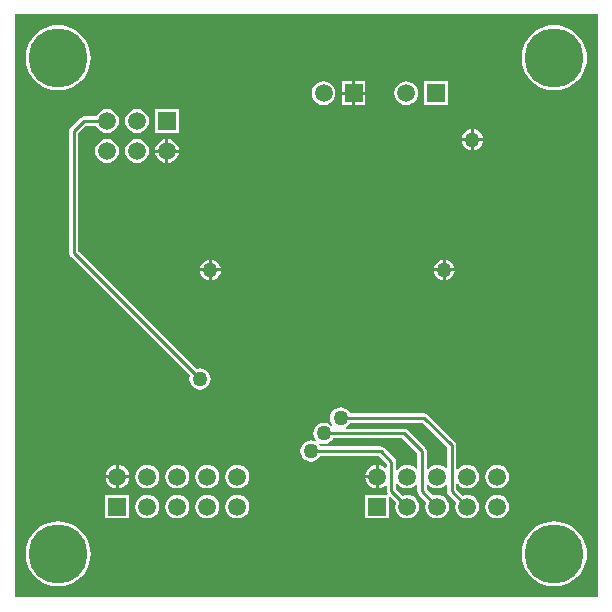
<source format=gbl>
%FSLAX24Y24*%
%MOIN*%
G70*
G01*
G75*
G04 Layer_Physical_Order=2*
G04 Layer_Color=16711680*
%ADD10R,0.0433X0.0394*%
%ADD11R,0.0394X0.0433*%
%ADD12R,0.0354X0.0276*%
%ADD13R,0.0276X0.0354*%
%ADD14O,0.0787X0.0236*%
%ADD15C,0.0100*%
%ADD16R,0.0100X0.0200*%
%ADD17R,0.0591X0.0591*%
%ADD18C,0.0591*%
%ADD19C,0.1969*%
%ADD20C,0.0500*%
G36*
X19565Y120D02*
X120D01*
Y19565D01*
X19565D01*
Y120D01*
D02*
G37*
%LPC*%
G36*
X12155Y4100D02*
X11813D01*
X11820Y4046D01*
X11859Y3950D01*
X11923Y3868D01*
X12005Y3804D01*
X12102Y3765D01*
X12155Y3758D01*
Y4100D01*
D02*
G37*
G36*
X3493Y4542D02*
X3440Y4535D01*
X3344Y4495D01*
X3261Y4432D01*
X3198Y4349D01*
X3158Y4253D01*
X3151Y4200D01*
X3493D01*
Y4542D01*
D02*
G37*
G36*
X3593D02*
Y4200D01*
X3935D01*
X3928Y4253D01*
X3889Y4349D01*
X3825Y4432D01*
X3743Y4495D01*
X3646Y4535D01*
X3593Y4542D01*
D02*
G37*
G36*
X16205Y4548D02*
X16102Y4535D01*
X16005Y4495D01*
X15923Y4432D01*
X15859Y4349D01*
X15820Y4253D01*
X15806Y4150D01*
X15820Y4046D01*
X15859Y3950D01*
X15923Y3868D01*
X16005Y3804D01*
X16102Y3765D01*
X16205Y3751D01*
X16308Y3765D01*
X16404Y3804D01*
X16487Y3868D01*
X16550Y3950D01*
X16590Y4046D01*
X16603Y4150D01*
X16590Y4253D01*
X16550Y4349D01*
X16487Y4432D01*
X16404Y4495D01*
X16308Y4535D01*
X16205Y4548D01*
D02*
G37*
G36*
X3493Y4100D02*
X3151D01*
X3158Y4046D01*
X3198Y3950D01*
X3261Y3868D01*
X3344Y3804D01*
X3440Y3765D01*
X3493Y3758D01*
Y4100D01*
D02*
G37*
G36*
X3935D02*
X3593D01*
Y3758D01*
X3646Y3765D01*
X3743Y3804D01*
X3825Y3868D01*
X3889Y3950D01*
X3928Y4046D01*
X3935Y4100D01*
D02*
G37*
G36*
X6990Y10984D02*
X6693D01*
Y10687D01*
X6735Y10693D01*
X6820Y10728D01*
X6893Y10784D01*
X6949Y10857D01*
X6984Y10942D01*
X6990Y10984D01*
D02*
G37*
G36*
X14389D02*
X14092D01*
X14098Y10942D01*
X14133Y10857D01*
X14189Y10784D01*
X14262Y10728D01*
X14347Y10693D01*
X14389Y10687D01*
Y10984D01*
D02*
G37*
G36*
X14785D02*
X14489D01*
Y10687D01*
X14530Y10693D01*
X14615Y10728D01*
X14688Y10784D01*
X14744Y10857D01*
X14780Y10942D01*
X14785Y10984D01*
D02*
G37*
G36*
X12155Y4542D02*
X12102Y4535D01*
X12005Y4495D01*
X11923Y4432D01*
X11859Y4349D01*
X11820Y4253D01*
X11813Y4200D01*
X12155D01*
Y4542D01*
D02*
G37*
G36*
X10984Y6455D02*
X10893Y6443D01*
X10808Y6408D01*
X10735Y6352D01*
X10679Y6279D01*
X10643Y6194D01*
X10631Y6102D01*
X10643Y6011D01*
X10679Y5926D01*
X10716Y5877D01*
X10713Y5875D01*
D01*
X10681Y5842D01*
X10610Y5896D01*
X10524Y5932D01*
X10433Y5944D01*
X10342Y5932D01*
X10257Y5896D01*
X10183Y5840D01*
X10127Y5767D01*
X10092Y5682D01*
X10080Y5591D01*
X10092Y5499D01*
X10127Y5414D01*
X10167Y5362D01*
X10137Y5322D01*
X10091Y5341D01*
X10000Y5353D01*
X9909Y5341D01*
X9823Y5306D01*
X9750Y5250D01*
X9694Y5177D01*
X9659Y5091D01*
X9647Y5000D01*
X9659Y4909D01*
X9694Y4823D01*
X9750Y4750D01*
X9823Y4694D01*
X9909Y4659D01*
X10000Y4647D01*
X10091Y4659D01*
X10177Y4694D01*
X10250Y4750D01*
X10306Y4823D01*
X10315Y4847D01*
X12259D01*
X12524Y4582D01*
Y4459D01*
X12479Y4437D01*
X12404Y4495D01*
X12308Y4535D01*
X12255Y4542D01*
Y4150D01*
Y3758D01*
X12308Y3765D01*
X12404Y3804D01*
X12479Y3862D01*
X12524Y3840D01*
Y3677D01*
X12536Y3619D01*
X12556Y3589D01*
X12532Y3545D01*
X11809D01*
Y2754D01*
X12600D01*
Y3473D01*
X12646Y3492D01*
X12839Y3299D01*
X12820Y3253D01*
X12806Y3150D01*
X12820Y3046D01*
X12859Y2950D01*
X12923Y2868D01*
X13005Y2804D01*
X13102Y2765D01*
X13205Y2751D01*
X13308Y2765D01*
X13404Y2804D01*
X13487Y2868D01*
X13550Y2950D01*
X13590Y3046D01*
X13603Y3150D01*
X13590Y3253D01*
X13550Y3349D01*
X13487Y3432D01*
X13404Y3495D01*
X13308Y3535D01*
X13205Y3548D01*
X13102Y3535D01*
X13055Y3515D01*
X12830Y3741D01*
Y3911D01*
X12877Y3927D01*
X12923Y3868D01*
X13005Y3804D01*
X13102Y3765D01*
X13205Y3751D01*
X13308Y3765D01*
X13404Y3804D01*
X13487Y3868D01*
X13500Y3886D01*
X13548Y3870D01*
Y3654D01*
X13548Y3654D01*
X13548D01*
X13559Y3595D01*
X13593Y3545D01*
X13839Y3299D01*
X13820Y3253D01*
X13806Y3150D01*
X13820Y3046D01*
X13859Y2950D01*
X13923Y2868D01*
X14005Y2804D01*
X14102Y2765D01*
X14205Y2751D01*
X14308Y2765D01*
X14404Y2804D01*
X14487Y2868D01*
X14550Y2950D01*
X14590Y3046D01*
X14603Y3150D01*
X14590Y3253D01*
X14550Y3349D01*
X14487Y3432D01*
X14404Y3495D01*
X14308Y3535D01*
X14205Y3548D01*
X14102Y3535D01*
X14055Y3515D01*
X13854Y3717D01*
Y3880D01*
X13901Y3896D01*
X13923Y3868D01*
X14005Y3804D01*
X14102Y3765D01*
X14205Y3751D01*
X14308Y3765D01*
X14404Y3804D01*
X14487Y3868D01*
X14532Y3852D01*
Y3669D01*
X14532Y3669D01*
X14532D01*
X14544Y3611D01*
X14577Y3561D01*
X14839Y3299D01*
X14820Y3253D01*
X14806Y3150D01*
X14820Y3046D01*
X14859Y2950D01*
X14923Y2868D01*
X15005Y2804D01*
X15102Y2765D01*
X15205Y2751D01*
X15308Y2765D01*
X15404Y2804D01*
X15487Y2868D01*
X15550Y2950D01*
X15590Y3046D01*
X15603Y3150D01*
X15590Y3253D01*
X15550Y3349D01*
X15487Y3432D01*
X15404Y3495D01*
X15308Y3535D01*
X15205Y3548D01*
X15102Y3535D01*
X15055Y3515D01*
X14838Y3733D01*
Y3900D01*
X14885Y3917D01*
X14923Y3868D01*
X15005Y3804D01*
X15102Y3765D01*
X15205Y3751D01*
X15308Y3765D01*
X15404Y3804D01*
X15487Y3868D01*
X15550Y3950D01*
X15590Y4046D01*
X15603Y4150D01*
X15590Y4253D01*
X15550Y4349D01*
X15487Y4432D01*
X15404Y4495D01*
X15308Y4535D01*
X15205Y4548D01*
X15102Y4535D01*
X15005Y4495D01*
X14923Y4432D01*
X14885Y4383D01*
X14838Y4399D01*
Y5197D01*
X14826Y5255D01*
X14793Y5305D01*
X13888Y6211D01*
X13838Y6244D01*
X13780Y6255D01*
X11300D01*
X11290Y6279D01*
X11234Y6352D01*
X11161Y6408D01*
X11076Y6443D01*
X10984Y6455D01*
D02*
G37*
G36*
X6593Y10984D02*
X6297D01*
X6302Y10942D01*
X6338Y10857D01*
X6394Y10784D01*
X6467Y10728D01*
X6552Y10693D01*
X6593Y10687D01*
Y10984D01*
D02*
G37*
G36*
X5543Y3548D02*
X5440Y3535D01*
X5344Y3495D01*
X5261Y3432D01*
X5198Y3349D01*
X5158Y3253D01*
X5145Y3150D01*
X5158Y3046D01*
X5198Y2950D01*
X5261Y2868D01*
X5344Y2804D01*
X5440Y2765D01*
X5543Y2751D01*
X5646Y2765D01*
X5743Y2804D01*
X5825Y2868D01*
X5889Y2950D01*
X5928Y3046D01*
X5942Y3150D01*
X5928Y3253D01*
X5889Y3349D01*
X5825Y3432D01*
X5743Y3495D01*
X5646Y3535D01*
X5543Y3548D01*
D02*
G37*
G36*
X6543D02*
X6440Y3535D01*
X6344Y3495D01*
X6261Y3432D01*
X6198Y3349D01*
X6158Y3253D01*
X6145Y3150D01*
X6158Y3046D01*
X6198Y2950D01*
X6261Y2868D01*
X6344Y2804D01*
X6440Y2765D01*
X6543Y2751D01*
X6646Y2765D01*
X6743Y2804D01*
X6825Y2868D01*
X6889Y2950D01*
X6928Y3046D01*
X6942Y3150D01*
X6928Y3253D01*
X6889Y3349D01*
X6825Y3432D01*
X6743Y3495D01*
X6646Y3535D01*
X6543Y3548D01*
D02*
G37*
G36*
X7543D02*
X7440Y3535D01*
X7344Y3495D01*
X7261Y3432D01*
X7198Y3349D01*
X7158Y3253D01*
X7145Y3150D01*
X7158Y3046D01*
X7198Y2950D01*
X7261Y2868D01*
X7344Y2804D01*
X7440Y2765D01*
X7543Y2751D01*
X7646Y2765D01*
X7743Y2804D01*
X7825Y2868D01*
X7889Y2950D01*
X7928Y3046D01*
X7942Y3150D01*
X7928Y3253D01*
X7889Y3349D01*
X7825Y3432D01*
X7743Y3495D01*
X7646Y3535D01*
X7543Y3548D01*
D02*
G37*
G36*
X1575Y2662D02*
X1405Y2649D01*
X1239Y2609D01*
X1081Y2544D01*
X936Y2455D01*
X806Y2344D01*
X695Y2214D01*
X606Y2069D01*
X540Y1911D01*
X501Y1745D01*
X487Y1575D01*
X501Y1405D01*
X540Y1239D01*
X606Y1081D01*
X695Y936D01*
X806Y806D01*
X936Y695D01*
X1081Y606D01*
X1239Y540D01*
X1405Y501D01*
X1575Y487D01*
X1745Y501D01*
X1911Y540D01*
X2069Y606D01*
X2214Y695D01*
X2344Y806D01*
X2455Y936D01*
X2544Y1081D01*
X2609Y1239D01*
X2649Y1405D01*
X2662Y1575D01*
X2649Y1745D01*
X2609Y1911D01*
X2544Y2069D01*
X2455Y2214D01*
X2344Y2344D01*
X2214Y2455D01*
X2069Y2544D01*
X1911Y2609D01*
X1745Y2649D01*
X1575Y2662D01*
D02*
G37*
G36*
X18110D02*
X17940Y2649D01*
X17774Y2609D01*
X17616Y2544D01*
X17471Y2455D01*
X17341Y2344D01*
X17230Y2214D01*
X17141Y2069D01*
X17076Y1911D01*
X17036Y1745D01*
X17023Y1575D01*
X17036Y1405D01*
X17076Y1239D01*
X17141Y1081D01*
X17230Y936D01*
X17341Y806D01*
X17471Y695D01*
X17616Y606D01*
X17774Y540D01*
X17940Y501D01*
X18110Y487D01*
X18280Y501D01*
X18446Y540D01*
X18604Y606D01*
X18750Y695D01*
X18879Y806D01*
X18990Y936D01*
X19079Y1081D01*
X19145Y1239D01*
X19184Y1405D01*
X19198Y1575D01*
X19184Y1745D01*
X19145Y1911D01*
X19079Y2069D01*
X18990Y2214D01*
X18879Y2344D01*
X18750Y2455D01*
X18604Y2544D01*
X18446Y2609D01*
X18280Y2649D01*
X18110Y2662D01*
D02*
G37*
G36*
X4543Y3548D02*
X4440Y3535D01*
X4344Y3495D01*
X4261Y3432D01*
X4198Y3349D01*
X4158Y3253D01*
X4145Y3150D01*
X4158Y3046D01*
X4198Y2950D01*
X4261Y2868D01*
X4344Y2804D01*
X4440Y2765D01*
X4543Y2751D01*
X4646Y2765D01*
X4743Y2804D01*
X4825Y2868D01*
X4889Y2950D01*
X4928Y3046D01*
X4942Y3150D01*
X4928Y3253D01*
X4889Y3349D01*
X4825Y3432D01*
X4743Y3495D01*
X4646Y3535D01*
X4543Y3548D01*
D02*
G37*
G36*
X5543Y4548D02*
X5440Y4535D01*
X5344Y4495D01*
X5261Y4432D01*
X5198Y4349D01*
X5158Y4253D01*
X5145Y4150D01*
X5158Y4046D01*
X5198Y3950D01*
X5261Y3868D01*
X5344Y3804D01*
X5440Y3765D01*
X5543Y3751D01*
X5646Y3765D01*
X5743Y3804D01*
X5825Y3868D01*
X5889Y3950D01*
X5928Y4046D01*
X5942Y4150D01*
X5928Y4253D01*
X5889Y4349D01*
X5825Y4432D01*
X5743Y4495D01*
X5646Y4535D01*
X5543Y4548D01*
D02*
G37*
G36*
X6543D02*
X6440Y4535D01*
X6344Y4495D01*
X6261Y4432D01*
X6198Y4349D01*
X6158Y4253D01*
X6145Y4150D01*
X6158Y4046D01*
X6198Y3950D01*
X6261Y3868D01*
X6344Y3804D01*
X6440Y3765D01*
X6543Y3751D01*
X6646Y3765D01*
X6743Y3804D01*
X6825Y3868D01*
X6889Y3950D01*
X6928Y4046D01*
X6942Y4150D01*
X6928Y4253D01*
X6889Y4349D01*
X6825Y4432D01*
X6743Y4495D01*
X6646Y4535D01*
X6543Y4548D01*
D02*
G37*
G36*
X7543D02*
X7440Y4535D01*
X7344Y4495D01*
X7261Y4432D01*
X7198Y4349D01*
X7158Y4253D01*
X7145Y4150D01*
X7158Y4046D01*
X7198Y3950D01*
X7261Y3868D01*
X7344Y3804D01*
X7440Y3765D01*
X7543Y3751D01*
X7646Y3765D01*
X7743Y3804D01*
X7825Y3868D01*
X7889Y3950D01*
X7928Y4046D01*
X7942Y4150D01*
X7928Y4253D01*
X7889Y4349D01*
X7825Y4432D01*
X7743Y4495D01*
X7646Y4535D01*
X7543Y4548D01*
D02*
G37*
G36*
X16205Y3548D02*
X16102Y3535D01*
X16005Y3495D01*
X15923Y3432D01*
X15859Y3349D01*
X15820Y3253D01*
X15806Y3150D01*
X15820Y3046D01*
X15859Y2950D01*
X15923Y2868D01*
X16005Y2804D01*
X16102Y2765D01*
X16205Y2751D01*
X16308Y2765D01*
X16404Y2804D01*
X16487Y2868D01*
X16550Y2950D01*
X16590Y3046D01*
X16603Y3150D01*
X16590Y3253D01*
X16550Y3349D01*
X16487Y3432D01*
X16404Y3495D01*
X16308Y3535D01*
X16205Y3548D01*
D02*
G37*
G36*
X3939Y3545D02*
X3148D01*
Y2754D01*
X3939D01*
Y3545D01*
D02*
G37*
G36*
X4543Y4548D02*
X4440Y4535D01*
X4344Y4495D01*
X4261Y4432D01*
X4198Y4349D01*
X4158Y4253D01*
X4145Y4150D01*
X4158Y4046D01*
X4198Y3950D01*
X4261Y3868D01*
X4344Y3804D01*
X4440Y3765D01*
X4543Y3751D01*
X4646Y3765D01*
X4743Y3804D01*
X4825Y3868D01*
X4889Y3950D01*
X4928Y4046D01*
X4942Y4150D01*
X4928Y4253D01*
X4889Y4349D01*
X4825Y4432D01*
X4743Y4495D01*
X4646Y4535D01*
X4543Y4548D01*
D02*
G37*
G36*
X6593Y11380D02*
X6552Y11375D01*
X6467Y11340D01*
X6394Y11283D01*
X6338Y11210D01*
X6302Y11125D01*
X6297Y11084D01*
X6593D01*
Y11380D01*
D02*
G37*
G36*
X5595Y16395D02*
X4805D01*
Y15605D01*
X5595D01*
Y16395D01*
D02*
G37*
G36*
X10417Y17328D02*
X10314Y17314D01*
X10218Y17274D01*
X10135Y17211D01*
X10072Y17128D01*
X10032Y17032D01*
X10019Y16929D01*
X10032Y16826D01*
X10072Y16730D01*
X10135Y16647D01*
X10218Y16584D01*
X10314Y16544D01*
X10417Y16530D01*
X10521Y16544D01*
X10617Y16584D01*
X10699Y16647D01*
X10763Y16730D01*
X10802Y16826D01*
X10816Y16929D01*
X10802Y17032D01*
X10763Y17128D01*
X10699Y17211D01*
X10617Y17274D01*
X10521Y17314D01*
X10417Y17328D01*
D02*
G37*
G36*
X13173D02*
X13070Y17314D01*
X12974Y17274D01*
X12891Y17211D01*
X12828Y17128D01*
X12788Y17032D01*
X12775Y16929D01*
X12788Y16826D01*
X12828Y16730D01*
X12891Y16647D01*
X12974Y16584D01*
X13070Y16544D01*
X13173Y16530D01*
X13276Y16544D01*
X13373Y16584D01*
X13455Y16647D01*
X13519Y16730D01*
X13558Y16826D01*
X13572Y16929D01*
X13558Y17032D01*
X13519Y17128D01*
X13455Y17211D01*
X13373Y17274D01*
X13276Y17314D01*
X13173Y17328D01*
D02*
G37*
G36*
X15433Y15730D02*
Y15433D01*
X15730D01*
X15724Y15475D01*
X15689Y15560D01*
X15633Y15633D01*
X15560Y15689D01*
X15475Y15724D01*
X15433Y15730D01*
D02*
G37*
G36*
X3200Y16399D02*
X3097Y16385D01*
X3001Y16345D01*
X2918Y16282D01*
X2855Y16199D01*
X2836Y16153D01*
X2425D01*
X2367Y16141D01*
X2317Y16108D01*
X1978Y15770D01*
X1945Y15720D01*
X1934Y15661D01*
Y11614D01*
X1934Y11614D01*
X1934D01*
X1945Y11556D01*
X1978Y11506D01*
X5968Y7517D01*
X5958Y7493D01*
X5946Y7402D01*
X5958Y7310D01*
X5993Y7225D01*
X6050Y7152D01*
X6123Y7096D01*
X6208Y7061D01*
X6299Y7049D01*
X6391Y7061D01*
X6476Y7096D01*
X6549Y7152D01*
X6605Y7225D01*
X6640Y7310D01*
X6652Y7402D01*
X6640Y7493D01*
X6605Y7578D01*
X6549Y7651D01*
X6476Y7707D01*
X6391Y7743D01*
X6299Y7755D01*
X6208Y7743D01*
X6184Y7733D01*
X2240Y11678D01*
Y15598D01*
X2489Y15847D01*
X2836D01*
X2855Y15801D01*
X2918Y15718D01*
X3001Y15655D01*
X3097Y15615D01*
X3200Y15601D01*
X3303Y15615D01*
X3399Y15655D01*
X3482Y15718D01*
X3545Y15801D01*
X3585Y15897D01*
X3599Y16000D01*
X3585Y16103D01*
X3545Y16199D01*
X3482Y16282D01*
X3399Y16345D01*
X3303Y16385D01*
X3200Y16399D01*
D02*
G37*
G36*
X4200D02*
X4097Y16385D01*
X4001Y16345D01*
X3918Y16282D01*
X3855Y16199D01*
X3815Y16103D01*
X3801Y16000D01*
X3815Y15897D01*
X3855Y15801D01*
X3918Y15718D01*
X4001Y15655D01*
X4097Y15615D01*
X4200Y15601D01*
X4303Y15615D01*
X4399Y15655D01*
X4482Y15718D01*
X4545Y15801D01*
X4585Y15897D01*
X4599Y16000D01*
X4585Y16103D01*
X4545Y16199D01*
X4482Y16282D01*
X4399Y16345D01*
X4303Y16385D01*
X4200Y16399D01*
D02*
G37*
G36*
X11367Y16879D02*
X11022D01*
Y16534D01*
X11367D01*
Y16879D01*
D02*
G37*
G36*
X11813Y17324D02*
X11467D01*
Y16979D01*
X11813D01*
Y17324D01*
D02*
G37*
G36*
X1575Y19198D02*
X1405Y19184D01*
X1239Y19145D01*
X1081Y19079D01*
X936Y18990D01*
X806Y18879D01*
X695Y18750D01*
X606Y18604D01*
X540Y18446D01*
X501Y18280D01*
X487Y18110D01*
X501Y17940D01*
X540Y17774D01*
X606Y17616D01*
X695Y17471D01*
X806Y17341D01*
X936Y17230D01*
X1081Y17141D01*
X1239Y17076D01*
X1405Y17036D01*
X1575Y17023D01*
X1745Y17036D01*
X1911Y17076D01*
X2069Y17141D01*
X2214Y17230D01*
X2344Y17341D01*
X2455Y17471D01*
X2544Y17616D01*
X2609Y17774D01*
X2649Y17940D01*
X2662Y18110D01*
X2649Y18280D01*
X2609Y18446D01*
X2544Y18604D01*
X2455Y18750D01*
X2344Y18879D01*
X2214Y18990D01*
X2069Y19079D01*
X1911Y19145D01*
X1745Y19184D01*
X1575Y19198D01*
D02*
G37*
G36*
X18110D02*
X17940Y19184D01*
X17774Y19145D01*
X17616Y19079D01*
X17471Y18990D01*
X17341Y18879D01*
X17230Y18750D01*
X17141Y18604D01*
X17076Y18446D01*
X17036Y18280D01*
X17023Y18110D01*
X17036Y17940D01*
X17076Y17774D01*
X17141Y17616D01*
X17230Y17471D01*
X17341Y17341D01*
X17471Y17230D01*
X17616Y17141D01*
X17774Y17076D01*
X17940Y17036D01*
X18110Y17023D01*
X18280Y17036D01*
X18446Y17076D01*
X18604Y17141D01*
X18750Y17230D01*
X18879Y17341D01*
X18990Y17471D01*
X19079Y17616D01*
X19145Y17774D01*
X19184Y17940D01*
X19198Y18110D01*
X19184Y18280D01*
X19145Y18446D01*
X19079Y18604D01*
X18990Y18750D01*
X18879Y18879D01*
X18750Y18990D01*
X18604Y19079D01*
X18446Y19145D01*
X18280Y19184D01*
X18110Y19198D01*
D02*
G37*
G36*
X11813Y16879D02*
X11467D01*
Y16534D01*
X11813D01*
Y16879D01*
D02*
G37*
G36*
X14569Y17324D02*
X13778D01*
Y16534D01*
X14569D01*
Y17324D01*
D02*
G37*
G36*
X11367D02*
X11022D01*
Y16979D01*
X11367D01*
Y17324D01*
D02*
G37*
G36*
X15333Y15730D02*
X15292Y15724D01*
X15207Y15689D01*
X15134Y15633D01*
X15078Y15560D01*
X15042Y15475D01*
X15037Y15433D01*
X15333D01*
Y15730D01*
D02*
G37*
G36*
X14389Y11380D02*
X14347Y11375D01*
X14262Y11340D01*
X14189Y11283D01*
X14133Y11210D01*
X14098Y11125D01*
X14092Y11084D01*
X14389D01*
Y11380D01*
D02*
G37*
G36*
X6693D02*
Y11084D01*
X6990D01*
X6984Y11125D01*
X6949Y11210D01*
X6893Y11283D01*
X6820Y11340D01*
X6735Y11375D01*
X6693Y11380D01*
D02*
G37*
G36*
X4200Y15399D02*
X4097Y15385D01*
X4001Y15345D01*
X3918Y15282D01*
X3855Y15199D01*
X3815Y15103D01*
X3801Y15000D01*
X3815Y14897D01*
X3855Y14801D01*
X3918Y14718D01*
X4001Y14655D01*
X4097Y14615D01*
X4200Y14601D01*
X4303Y14615D01*
X4399Y14655D01*
X4482Y14718D01*
X4545Y14801D01*
X4585Y14897D01*
X4599Y15000D01*
X4585Y15103D01*
X4545Y15199D01*
X4482Y15282D01*
X4399Y15345D01*
X4303Y15385D01*
X4200Y15399D01*
D02*
G37*
G36*
X14489Y11380D02*
Y11084D01*
X14785D01*
X14780Y11125D01*
X14744Y11210D01*
X14688Y11283D01*
X14615Y11340D01*
X14530Y11375D01*
X14489Y11380D01*
D02*
G37*
G36*
X3200Y15399D02*
X3097Y15385D01*
X3001Y15345D01*
X2918Y15282D01*
X2855Y15199D01*
X2815Y15103D01*
X2801Y15000D01*
X2815Y14897D01*
X2855Y14801D01*
X2918Y14718D01*
X3001Y14655D01*
X3097Y14615D01*
X3200Y14601D01*
X3303Y14615D01*
X3399Y14655D01*
X3482Y14718D01*
X3545Y14801D01*
X3585Y14897D01*
X3599Y15000D01*
X3585Y15103D01*
X3545Y15199D01*
X3482Y15282D01*
X3399Y15345D01*
X3303Y15385D01*
X3200Y15399D01*
D02*
G37*
G36*
X5150Y14950D02*
X4808D01*
X4815Y14897D01*
X4855Y14801D01*
X4918Y14718D01*
X5001Y14655D01*
X5097Y14615D01*
X5150Y14608D01*
Y14950D01*
D02*
G37*
G36*
Y15392D02*
X5097Y15385D01*
X5001Y15345D01*
X4918Y15282D01*
X4855Y15199D01*
X4815Y15103D01*
X4808Y15050D01*
X5150D01*
Y15392D01*
D02*
G37*
G36*
X5250D02*
Y15050D01*
X5592D01*
X5585Y15103D01*
X5545Y15199D01*
X5482Y15282D01*
X5399Y15345D01*
X5303Y15385D01*
X5250Y15392D01*
D02*
G37*
G36*
X15730Y15333D02*
X15433D01*
Y15037D01*
X15475Y15042D01*
X15560Y15078D01*
X15633Y15134D01*
X15689Y15207D01*
X15724Y15292D01*
X15730Y15333D01*
D02*
G37*
G36*
X5592Y14950D02*
X5250D01*
Y14608D01*
X5303Y14615D01*
X5399Y14655D01*
X5482Y14718D01*
X5545Y14801D01*
X5585Y14897D01*
X5592Y14950D01*
D02*
G37*
G36*
X15333Y15333D02*
X15037D01*
X15042Y15292D01*
X15078Y15207D01*
X15134Y15134D01*
X15207Y15078D01*
X15292Y15042D01*
X15333Y15037D01*
Y15333D01*
D02*
G37*
%LPD*%
G36*
X14532Y5134D02*
Y4447D01*
X14487Y4432D01*
X14404Y4495D01*
X14308Y4535D01*
X14205Y4548D01*
X14102Y4535D01*
X14005Y4495D01*
X13923Y4432D01*
X13901Y4403D01*
X13854Y4419D01*
Y5000D01*
X13842Y5059D01*
X13809Y5108D01*
X13218Y5699D01*
X13169Y5732D01*
X13110Y5743D01*
X11161D01*
X11151Y5793D01*
X11161Y5797D01*
X11234Y5853D01*
X11290Y5926D01*
X11300Y5949D01*
X13716D01*
X14532Y5134D01*
D02*
G37*
G36*
X13548Y4937D02*
Y4430D01*
X13500Y4413D01*
X13487Y4432D01*
X13404Y4495D01*
X13308Y4535D01*
X13205Y4548D01*
X13102Y4535D01*
X13005Y4495D01*
X12923Y4432D01*
X12877Y4372D01*
X12830Y4388D01*
Y4646D01*
X12818Y4704D01*
X12785Y4754D01*
X12431Y5108D01*
X12381Y5141D01*
X12323Y5153D01*
X10315D01*
X10306Y5177D01*
X10266Y5229D01*
X10296Y5268D01*
X10342Y5250D01*
X10433Y5238D01*
X10524Y5250D01*
X10610Y5285D01*
X10683Y5341D01*
X10739Y5414D01*
X10749Y5438D01*
X13047D01*
X13548Y4937D01*
D02*
G37*
D15*
X2087Y11614D02*
X6299Y7402D01*
X2087Y11614D02*
Y15661D01*
X2425Y16000D01*
X3200D01*
X10000Y5000D02*
X12323D01*
X10433Y5591D02*
X13110D01*
X10984Y6102D02*
X13780D01*
X12677Y3677D02*
X13205Y3150D01*
X12677Y3677D02*
Y4646D01*
X12323Y5000D02*
X12677Y4646D01*
X14685Y3669D02*
X15205Y3150D01*
X14685Y3669D02*
Y5197D01*
X13780Y6102D02*
X14685Y5197D01*
X13701Y3654D02*
X14205Y3150D01*
X13701Y3654D02*
Y5000D01*
X13110Y5591D02*
X13701Y5000D01*
D17*
X3543Y3150D02*
D03*
X12205D02*
D03*
X14173Y16929D02*
D03*
X11417D02*
D03*
X5200Y16000D02*
D03*
D18*
X4543Y3150D02*
D03*
X5543D02*
D03*
X6543D02*
D03*
X7543D02*
D03*
X3543Y4150D02*
D03*
X4543D02*
D03*
X5543D02*
D03*
X6543D02*
D03*
X7543D02*
D03*
X13205Y3150D02*
D03*
X14205D02*
D03*
X15205D02*
D03*
X16205D02*
D03*
X12205Y4150D02*
D03*
X13205D02*
D03*
X14205D02*
D03*
X15205D02*
D03*
X16205D02*
D03*
X13173Y16929D02*
D03*
X10417D02*
D03*
X3200Y15000D02*
D03*
Y16000D02*
D03*
X4200Y15000D02*
D03*
Y16000D02*
D03*
X5200Y15000D02*
D03*
D19*
X18110Y18110D02*
D03*
Y1575D02*
D03*
X1575D02*
D03*
Y18110D02*
D03*
D20*
X15383Y15383D02*
D03*
X6299Y7402D02*
D03*
X10433Y5591D02*
D03*
X6643Y11034D02*
D03*
X14439D02*
D03*
X10000Y5000D02*
D03*
X10984Y6102D02*
D03*
M02*

</source>
